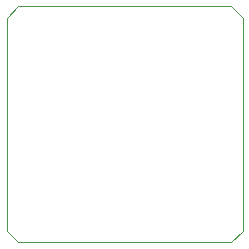
<source format=gbr>
%TF.GenerationSoftware,KiCad,Pcbnew,6.0.11-3.fc37*%
%TF.CreationDate,2023-04-24T22:35:34+02:00*%
%TF.ProjectId,crac_as5047,63726163-5f61-4733-9530-34372e6b6963,rev?*%
%TF.SameCoordinates,Original*%
%TF.FileFunction,Profile,NP*%
%FSLAX46Y46*%
G04 Gerber Fmt 4.6, Leading zero omitted, Abs format (unit mm)*
G04 Created by KiCad (PCBNEW 6.0.11-3.fc37) date 2023-04-24 22:35:34*
%MOMM*%
%LPD*%
G01*
G04 APERTURE LIST*
%TA.AperFunction,Profile*%
%ADD10C,0.100000*%
%TD*%
G04 APERTURE END LIST*
D10*
X160000000Y-81000000D02*
X160000000Y-99000000D01*
X159000000Y-100000000D01*
X141000000Y-100000000D01*
X140000000Y-99000000D01*
X140000000Y-81000000D01*
X141000000Y-80000000D01*
X159000000Y-80000000D01*
X160000000Y-81000000D01*
M02*

</source>
